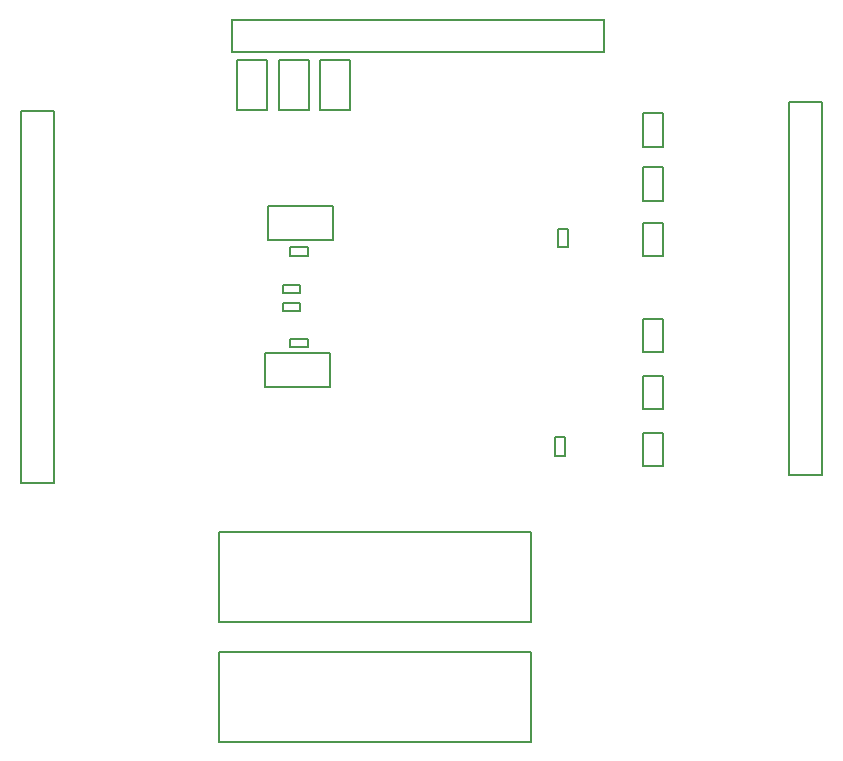
<source format=gbr>
%TF.GenerationSoftware,Altium Limited,Altium Designer,22.9.1 (49)*%
G04 Layer_Color=32768*
%FSLAX25Y25*%
%MOIN*%
%TF.SameCoordinates,E4663CD6-9850-4590-99AB-2D6E941D03D6*%
%TF.FilePolarity,Positive*%
%TF.FileFunction,Other,Top_Courtyard*%
%TF.Part,Single*%
G01*
G75*
%TA.AperFunction,NonConductor*%
%ADD36C,0.00787*%
D36*
X144756Y152524D02*
Y155476D01*
X139244D02*
X144756D01*
X139244Y152524D02*
Y155476D01*
Y152524D02*
X144756D01*
X246287Y232988D02*
Y244012D01*
X122272Y243744D02*
X246287D01*
X122272Y232988D02*
Y244012D01*
Y232988D02*
X246287D01*
X133256Y121374D02*
Y132626D01*
Y121374D02*
X154745D01*
Y132626D01*
X133256D02*
X154745D01*
X144756Y146524D02*
Y149476D01*
X139244D02*
X144756D01*
X139244Y146524D02*
Y149476D01*
Y146524D02*
X144756D01*
X134032Y213523D02*
Y230477D01*
X123968Y213523D02*
X134032D01*
X123968D02*
Y230477D01*
X134032D01*
X134256Y170374D02*
Y181626D01*
Y170374D02*
X155745D01*
Y181626D01*
X134256D02*
X155745D01*
X118032Y32902D02*
X221969D01*
Y3098D02*
Y32902D01*
X118032Y3098D02*
X221969D01*
X118032D02*
Y32902D01*
X161532Y213523D02*
Y230477D01*
X151468Y213523D02*
X161532D01*
X151468D02*
Y230477D01*
X161532D01*
X307988Y92154D02*
X319012D01*
X318744D02*
Y216169D01*
X307988D02*
X319012D01*
X307988Y92154D02*
Y216169D01*
X118032Y43098D02*
Y72902D01*
Y43098D02*
X221969D01*
Y72902D01*
X118032D02*
X221969D01*
X51988Y89213D02*
X63012D01*
X62744D02*
Y213228D01*
X51988D02*
X63012D01*
X51988Y89213D02*
Y213228D01*
X259252Y183390D02*
X265748D01*
Y194610D01*
X259252D02*
X265748D01*
X259252Y183390D02*
Y194610D01*
Y132890D02*
Y144110D01*
X265748D01*
Y132890D02*
Y144110D01*
X259252Y132890D02*
X265748D01*
X259252Y176157D02*
X265748D01*
X259252Y164937D02*
Y176157D01*
Y164937D02*
X265748D01*
Y176157D01*
Y113890D02*
Y125110D01*
X259252Y113890D02*
X265748D01*
X259252D02*
Y125110D01*
X265748D01*
X259252Y201343D02*
X265748D01*
Y212563D01*
X259252D02*
X265748D01*
X259252Y201343D02*
Y212563D01*
X141601Y134524D02*
X147399D01*
X141601D02*
Y137476D01*
X147399D01*
Y134524D02*
Y137476D01*
X141601Y165024D02*
X147399D01*
X141601D02*
Y167976D01*
X147399D01*
Y165024D02*
Y167976D01*
X148032Y213523D02*
Y230477D01*
X137968Y213523D02*
X148032D01*
X137968D02*
Y230477D01*
X148032D01*
X265748Y94890D02*
Y106110D01*
X259252Y94890D02*
X265748D01*
X259252D02*
Y106110D01*
X265748D01*
X230925Y174150D02*
X234075D01*
X230925Y167850D02*
Y174150D01*
Y167850D02*
X234075D01*
Y174150D01*
X233075Y98276D02*
Y104575D01*
X229925Y98276D02*
X233075D01*
X229925D02*
Y104575D01*
X233075D01*
%TF.MD5,313909522178f4fb4f484c56b8ee7902*%
M02*

</source>
